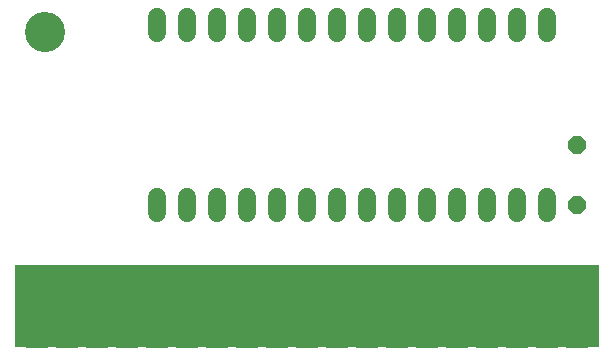
<source format=gts>
G75*
%MOIN*%
%OFA0B0*%
%FSLAX25Y25*%
%IPPOS*%
%LPD*%
%AMOC8*
5,1,8,0,0,1.08239X$1,22.5*
%
%ADD10C,0.13398*%
%ADD11R,0.07800X0.25800*%
%ADD12R,1.95000X0.27500*%
%ADD13OC8,0.06000*%
%ADD14C,0.06000*%
D10*
X0011500Y0106400D03*
D11*
X0009000Y0013900D03*
X0019000Y0013900D03*
X0029000Y0013900D03*
X0039000Y0013900D03*
X0049000Y0013900D03*
X0059000Y0013900D03*
X0069000Y0013900D03*
X0079000Y0013900D03*
X0089000Y0013900D03*
X0099000Y0013900D03*
X0109000Y0013900D03*
X0119000Y0013900D03*
X0129000Y0013900D03*
X0139000Y0013900D03*
X0149000Y0013900D03*
X0159000Y0013900D03*
X0169000Y0013900D03*
X0179000Y0013900D03*
X0189000Y0013900D03*
D12*
X0099000Y0015150D03*
D13*
X0189000Y0048900D03*
X0189000Y0068900D03*
D14*
X0179000Y0051500D02*
X0179000Y0046300D01*
X0169000Y0046300D02*
X0169000Y0051500D01*
X0159000Y0051500D02*
X0159000Y0046300D01*
X0149000Y0046300D02*
X0149000Y0051500D01*
X0139000Y0051500D02*
X0139000Y0046300D01*
X0129000Y0046300D02*
X0129000Y0051500D01*
X0119000Y0051500D02*
X0119000Y0046300D01*
X0109000Y0046300D02*
X0109000Y0051500D01*
X0099000Y0051500D02*
X0099000Y0046300D01*
X0089000Y0046300D02*
X0089000Y0051500D01*
X0079000Y0051500D02*
X0079000Y0046300D01*
X0069000Y0046300D02*
X0069000Y0051500D01*
X0059000Y0051500D02*
X0059000Y0046300D01*
X0049000Y0046300D02*
X0049000Y0051500D01*
X0049000Y0106300D02*
X0049000Y0111500D01*
X0059000Y0111500D02*
X0059000Y0106300D01*
X0069000Y0106300D02*
X0069000Y0111500D01*
X0079000Y0111500D02*
X0079000Y0106300D01*
X0089000Y0106300D02*
X0089000Y0111500D01*
X0099000Y0111500D02*
X0099000Y0106300D01*
X0109000Y0106300D02*
X0109000Y0111500D01*
X0119000Y0111500D02*
X0119000Y0106300D01*
X0129000Y0106300D02*
X0129000Y0111500D01*
X0139000Y0111500D02*
X0139000Y0106300D01*
X0149000Y0106300D02*
X0149000Y0111500D01*
X0159000Y0111500D02*
X0159000Y0106300D01*
X0169000Y0106300D02*
X0169000Y0111500D01*
X0179000Y0111500D02*
X0179000Y0106300D01*
M02*

</source>
